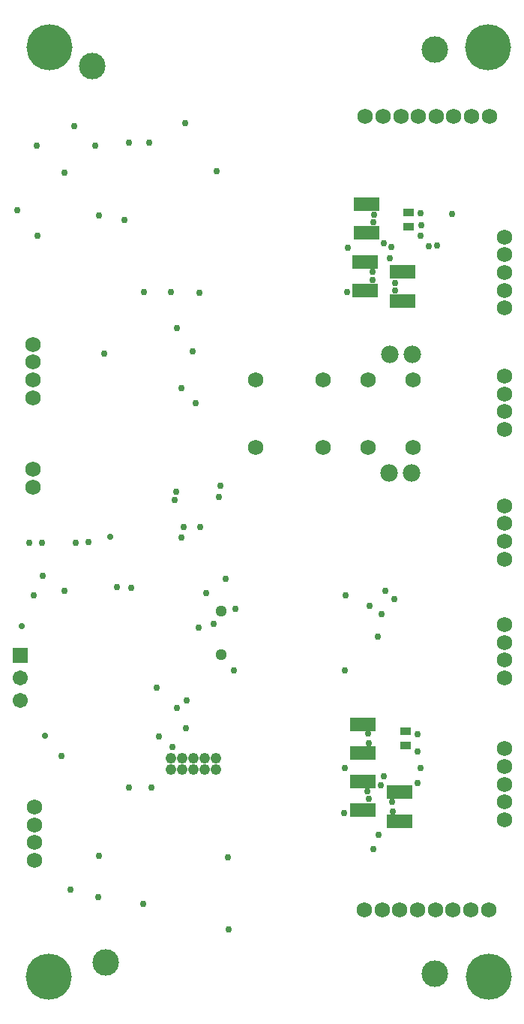
<source format=gbs>
G04*
G04 #@! TF.GenerationSoftware,Altium Limited,Altium Designer,21.2.2 (38)*
G04*
G04 Layer_Color=16711935*
%FSLAX25Y25*%
%MOIN*%
G70*
G04*
G04 #@! TF.SameCoordinates,2AD91DA3-6C52-4226-ACA0-88A5DAF987E7*
G04*
G04*
G04 #@! TF.FilePolarity,Negative*
G04*
G01*
G75*
%ADD34R,0.04800X0.03800*%
%ADD36R,0.11824X0.05918*%
%ADD38C,0.11811*%
%ADD48C,0.20472*%
%ADD49C,0.06800*%
%ADD50C,0.04800*%
%ADD51C,0.07800*%
%ADD52C,0.06706*%
%ADD53R,0.06706X0.06706*%
%ADD54C,0.02965*%
%ADD55C,0.02965*%
%ADD56C,0.02800*%
%ADD57C,0.05100*%
D34*
X343604Y286024D02*
D03*
Y292272D02*
D03*
X344882Y522809D02*
D03*
Y516561D02*
D03*
D36*
X324452Y270187D02*
D03*
Y257388D02*
D03*
X340676Y265341D02*
D03*
Y252542D02*
D03*
X324394Y282632D02*
D03*
Y295430D02*
D03*
X325590Y500887D02*
D03*
Y488089D02*
D03*
X325984Y513680D02*
D03*
Y526478D02*
D03*
X342126Y496263D02*
D03*
Y483465D02*
D03*
D38*
X356528Y184576D02*
D03*
X204269Y587675D02*
D03*
X210236Y189764D02*
D03*
X356367Y595170D02*
D03*
D48*
X380296Y595926D02*
D03*
X380324Y183470D02*
D03*
X184987Y595926D02*
D03*
X184947Y183470D02*
D03*
D49*
X325197Y213032D02*
D03*
X340945D02*
D03*
X348819D02*
D03*
X356693D02*
D03*
X364567D02*
D03*
X372441D02*
D03*
X380315D02*
D03*
X333071D02*
D03*
X380709Y565354D02*
D03*
X364961D02*
D03*
X357087D02*
D03*
X349213D02*
D03*
X341339D02*
D03*
X333465D02*
D03*
X325590D02*
D03*
X372835D02*
D03*
X177953Y400787D02*
D03*
Y408661D02*
D03*
X178347Y258661D02*
D03*
Y250787D02*
D03*
Y235039D02*
D03*
Y242913D02*
D03*
X177953Y464173D02*
D03*
Y456299D02*
D03*
Y440551D02*
D03*
Y448425D02*
D03*
X387402Y426378D02*
D03*
Y434252D02*
D03*
Y450000D02*
D03*
Y442126D02*
D03*
X387319Y316142D02*
D03*
Y324016D02*
D03*
Y339764D02*
D03*
Y331890D02*
D03*
X387402Y368898D02*
D03*
Y376772D02*
D03*
Y392520D02*
D03*
Y384646D02*
D03*
X276693Y448504D02*
D03*
Y418504D02*
D03*
X306693Y448504D02*
D03*
Y418504D02*
D03*
X326693Y448504D02*
D03*
Y418504D02*
D03*
X346693Y448504D02*
D03*
Y418504D02*
D03*
X387402Y276772D02*
D03*
Y284646D02*
D03*
Y268898D02*
D03*
Y261024D02*
D03*
Y253150D02*
D03*
X387319Y503937D02*
D03*
Y511811D02*
D03*
Y496063D02*
D03*
Y488189D02*
D03*
Y480315D02*
D03*
D50*
X249055Y280315D02*
D03*
Y275315D02*
D03*
X244055D02*
D03*
Y280315D02*
D03*
X239055D02*
D03*
Y275315D02*
D03*
X254055D02*
D03*
Y280315D02*
D03*
X259055D02*
D03*
Y275315D02*
D03*
D51*
X336063Y407087D02*
D03*
X346063D02*
D03*
X336457Y459842D02*
D03*
X346457D02*
D03*
D52*
X172047Y306142D02*
D03*
Y316142D02*
D03*
D53*
Y326142D02*
D03*
D54*
X245801Y293746D02*
D03*
X316788Y352774D02*
D03*
X316549Y319330D02*
D03*
X330993Y334411D02*
D03*
X348686Y290954D02*
D03*
X348840Y283479D02*
D03*
X350207Y276043D02*
D03*
X348736Y269318D02*
D03*
X337433Y260941D02*
D03*
X337693Y256604D02*
D03*
X327228Y262428D02*
D03*
X326492Y265882D02*
D03*
X332360Y268565D02*
D03*
X333747Y272474D02*
D03*
X241521Y398609D02*
D03*
X240938Y395125D02*
D03*
X261110Y401284D02*
D03*
X264539Y236386D02*
D03*
X264677Y204311D02*
D03*
X194377Y221913D02*
D03*
X226788Y215581D02*
D03*
X206967Y218732D02*
D03*
X207115Y237049D02*
D03*
X232820Y311643D02*
D03*
X246298Y305963D02*
D03*
X215181Y356537D02*
D03*
X243857Y378558D02*
D03*
X326830Y291313D02*
D03*
X326994Y287129D02*
D03*
X316425Y275987D02*
D03*
X316296Y255982D02*
D03*
X241761Y471252D02*
D03*
X259340Y540919D02*
D03*
X229507Y553892D02*
D03*
X220390Y553853D02*
D03*
X248956Y461047D02*
D03*
X331596Y246504D02*
D03*
X329000Y239932D02*
D03*
X239900Y285413D02*
D03*
X233931Y289918D02*
D03*
X245478Y562408D02*
D03*
X218598Y519361D02*
D03*
X334602Y354896D02*
D03*
X338583Y351181D02*
D03*
X260630Y396457D02*
D03*
X250000Y438189D02*
D03*
X243870Y444882D02*
D03*
X332677Y344488D02*
D03*
X327559Y348031D02*
D03*
X241732Y302756D02*
D03*
X230315Y267323D02*
D03*
X220472D02*
D03*
D55*
X336614Y502244D02*
D03*
X357625Y508171D02*
D03*
X328757Y492900D02*
D03*
X328765Y496457D02*
D03*
X317412Y487340D02*
D03*
X338904Y488211D02*
D03*
X338911Y491446D02*
D03*
X350116Y512277D02*
D03*
X350342Y517063D02*
D03*
X350245Y522456D02*
D03*
X329457Y521788D02*
D03*
X329261Y518437D02*
D03*
X317717Y507087D02*
D03*
X337061Y507409D02*
D03*
X267766Y346760D02*
D03*
X267120Y319249D02*
D03*
X221631Y356054D02*
D03*
X191911Y354862D02*
D03*
X182014Y361263D02*
D03*
X177978Y352795D02*
D03*
X181971Y376046D02*
D03*
X175982Y376055D02*
D03*
X202363Y376334D02*
D03*
X196801Y376212D02*
D03*
X227129Y487396D02*
D03*
X251872Y487067D02*
D03*
X239036Y487475D02*
D03*
X251575Y338559D02*
D03*
X244713Y383072D02*
D03*
X252287Y383053D02*
D03*
X353921Y507874D02*
D03*
X333858Y509055D02*
D03*
X263542Y359996D02*
D03*
X254656Y353869D02*
D03*
X258268Y340158D02*
D03*
X190551Y281496D02*
D03*
X364173Y522047D02*
D03*
X209449Y460236D02*
D03*
X179528Y552362D02*
D03*
X207087Y521260D02*
D03*
X191732Y540551D02*
D03*
X170866Y523622D02*
D03*
X179867Y512259D02*
D03*
X196063Y561024D02*
D03*
X205512Y552362D02*
D03*
D56*
X212205Y378740D02*
D03*
X183071Y290551D02*
D03*
X172835Y338976D02*
D03*
D57*
X261417Y345669D02*
D03*
Y326378D02*
D03*
M02*

</source>
